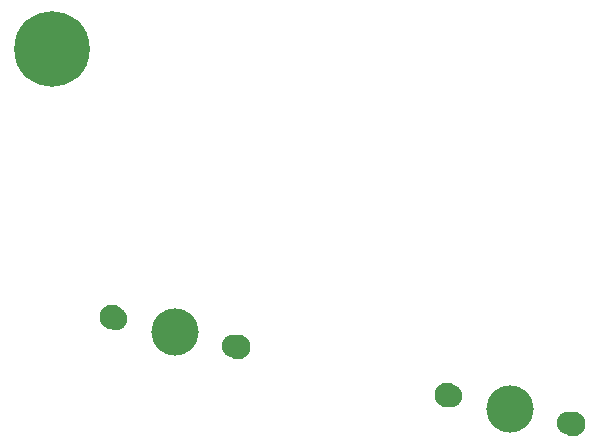
<source format=gbr>
%TF.GenerationSoftware,KiCad,Pcbnew,(5.99.0-11661-g1332208ab1)*%
%TF.CreationDate,2021-08-31T19:17:50-04:00*%
%TF.ProjectId,bongocat,626f6e67-6f63-4617-942e-6b696361645f,rev?*%
%TF.SameCoordinates,Original*%
%TF.FileFunction,Soldermask,Top*%
%TF.FilePolarity,Negative*%
%FSLAX46Y46*%
G04 Gerber Fmt 4.6, Leading zero omitted, Abs format (unit mm)*
G04 Created by KiCad (PCBNEW (5.99.0-11661-g1332208ab1)) date 2021-08-31 19:17:50*
%MOMM*%
%LPD*%
G01*
G04 APERTURE LIST*
%ADD10C,4.000000*%
%ADD11C,2.100000*%
%ADD12C,1.900000*%
%ADD13C,6.400000*%
G04 APERTURE END LIST*
D10*
%TO.C,SW1*%
X179354687Y-87946197D03*
D11*
X184713722Y-89183428D03*
D12*
X184304487Y-89088948D03*
D11*
X173995652Y-86708966D03*
D12*
X174404887Y-86803446D03*
%TD*%
D13*
%TO.C,REF\u002A\u002A*%
X140600000Y-57400000D03*
%TD*%
D10*
%TO.C,SW2*%
X151000000Y-81400000D03*
D11*
X145640965Y-80162769D03*
X156359035Y-82637231D03*
D12*
X146050200Y-80257249D03*
X155949800Y-82542751D03*
%TD*%
M02*

</source>
